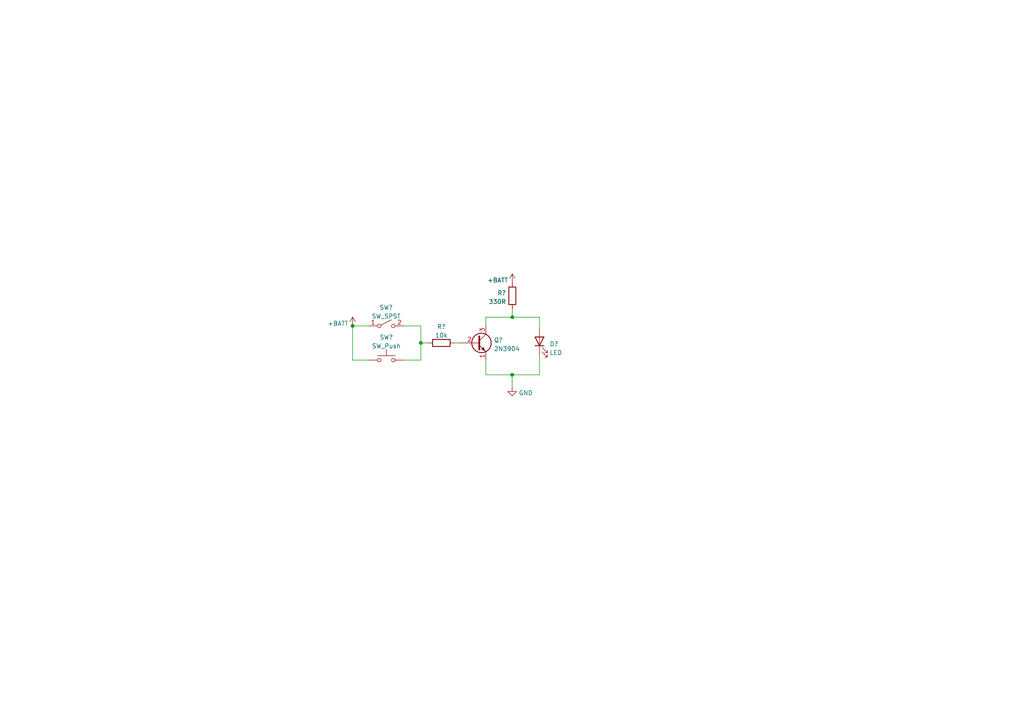
<source format=kicad_sch>
(kicad_sch (version 20211123) (generator eeschema)
  (paper "A4")
  (lib_symbols
    (symbol "Device:LED" (pin_numbers hide) (pin_names (offset 1.016) hide)
      (property "Reference" "D" (at 0 2.54 0))
      (property "Value" "LED" (at 0 -2.54 0))
      (symbol "LED_0_1"
        (polyline (pts (xy -1.27 -1.27) (xy -1.27 1.27)) (stroke (width 0.254)))
        (polyline (pts (xy -1.27 0) (xy 1.27 0)))
        (polyline (pts (xy 1.27 -1.27) (xy 1.27 1.27) (xy -1.27 0) (xy 1.27 -1.27)) (stroke (width 0.254)))
        (polyline (pts (xy -3.048 -0.762) (xy -4.572 -2.286) (xy -3.81 -2.286) (xy -4.572 -2.286) (xy -4.572 -1.524)))
        (polyline (pts (xy -1.778 -0.762) (xy -3.302 -2.286) (xy -2.54 -2.286) (xy -3.302 -2.286) (xy -3.302 -1.524)))
      )
      (symbol "LED_1_1"
        (pin passive line (at -3.81 0 0) (length 2.54) (name "K") (number "1"))
        (pin passive line (at 3.81 0 180) (length 2.54) (name "A") (number "2"))
      )
    )
    (symbol "Device:R" (pin_numbers hide) (pin_names (offset 0))
      (property "Reference" "R" (at 2.032 0 90))
      (property "Value" "R" (at 0 0 90))
      (symbol "R_0_1"
        (rectangle (start -1.016 -2.54) (end 1.016 2.54) (stroke (width 0.254)))
      )
      (symbol "R_1_1"
        (pin passive line (at 0 3.81 270) (length 1.27) (name "~") (number "1"))
        (pin passive line (at 0 -3.81 90) (length 1.27) (name "~") (number "2"))
      )
    )
    (symbol "Switch:SW_Push" (pin_numbers hide) (pin_names (offset 1.016) hide)
      (property "Reference" "SW" (at 1.27 2.54 0))
      (property "Value" "SW_Push" (at 0 -1.524 0))
      (symbol "SW_Push_0_1"
        (circle (center -2.032 0) (radius 0.508))
        (polyline (pts (xy 0 1.27) (xy 0 3.048)))
        (polyline (pts (xy 2.54 1.27) (xy -2.54 1.27)))
        (circle (center 2.032 0) (radius 0.508))
        (pin passive line (at -5.08 0 0) (length 2.54) (name "1") (number "1"))
        (pin passive line (at 5.08 0 180) (length 2.54) (name "2") (number "2"))
      )
    )
    (symbol "Switch:SW_SPST" (pin_names (offset 0) hide)
      (property "Reference" "SW" (at 0 3.175 0))
      (property "Value" "SW_SPST" (at 0 -2.54 0))
      (symbol "SW_SPST_0_0"
        (circle (center -2.032 0) (radius 0.508))
        (polyline (pts (xy -1.524 0.254) (xy 1.524 1.778)))
        (circle (center 2.032 0) (radius 0.508))
      )
      (symbol "SW_SPST_1_1"
        (pin passive line (at -5.08 0 0) (length 2.54) (name "A") (number "1"))
        (pin passive line (at 5.08 0 180) (length 2.54) (name "B") (number "2"))
      )
    )
    (symbol "Transistor_BJT:2N3904" (pin_names (offset 0) hide)
      (property "Reference" "Q" (at 5.08 1.905 0))
      (property "Value" "2N3904" (at 5.08 0 0))
      (symbol "2N3904_0_1"
        (polyline (pts (xy 0.635 0.635) (xy 2.54 2.54)))
        (polyline (pts (xy 0.635 -0.635) (xy 2.54 -2.54) (xy 2.54 -2.54)))
        (polyline (pts (xy 0.635 1.905) (xy 0.635 -1.905) (xy 0.635 -1.905)) (stroke (width 0.508)))
        (polyline (pts (xy 1.27 -1.778) (xy 1.778 -1.27) (xy 2.286 -2.286) (xy 1.27 -1.778) (xy 1.27 -1.778)) (fill (type outline)))
        (circle (center 1.27 0) (radius 2.8194) (stroke (width 0.254)))
      )
      (symbol "2N3904_1_1"
        (pin passive line (at 2.54 -5.08 90) (length 2.54) (name "E") (number "1"))
        (pin passive line (at -5.08 0 0) (length 5.715) (name "B") (number "2"))
        (pin passive line (at 2.54 5.08 270) (length 2.54) (name "C") (number "3"))
      )
    )
    (symbol "power:+BATT" (power) (pin_names (offset 0))
      (property "Value" "+BATT" (at 0 3.556 0))
      (symbol "+BATT_0_1"
        (polyline (pts (xy -0.762 1.27) (xy 0 2.54)))
        (polyline (pts (xy 0 0) (xy 0 2.54)))
        (polyline (pts (xy 0 2.54) (xy 0.762 1.27)))
      )
      (symbol "+BATT_1_1"
        (pin power_in line (at 0 0 90) (length 0) hide (name "+BATT") (number "1"))
      )
    )
    (symbol "power:GND" (power) (pin_names (offset 0))
      (property "Value" "GND" (at 0 -3.81 0))
      (symbol "GND_0_1"
        (polyline (pts (xy 0 0) (xy 0 -1.27) (xy 1.27 -1.27) (xy 0 -2.54) (xy -1.27 -1.27) (xy 0 -1.27)))
      )
      (symbol "GND_1_1"
        (pin power_in line (at 0 0 270) (length 0) hide (name "GND") (number "1"))
      )
    )
  )
  (junction (at 148.5392 108.712))
  (junction (at 148.59 91.9988))
  (junction (at 122.0724 99.4664))
  (junction (at 102.2604 94.5388))
  (wire (pts (xy 102.2604 94.5388) (xy 106.934 94.5388)))
  (wire (pts (xy 131.826 99.4664) (xy 133.2992 99.4664)))
  (wire (pts (xy 140.9192 91.9988) (xy 148.59 91.9988)))
  (wire (pts (xy 117.094 94.5388) (xy 122.0724 94.5388)))
  (wire (pts (xy 122.0724 94.5388) (xy 122.0724 99.4664)))
  (wire (pts (xy 140.9192 108.712) (xy 148.5392 108.712)))
  (wire (pts (xy 122.0724 99.4664) (xy 122.0724 104.4448)))
  (wire (pts (xy 122.0724 104.4448) (xy 117.1448 104.4448)))
  (wire (pts (xy 148.5392 112.268) (xy 148.5392 108.712)))
  (wire (pts (xy 156.464 91.9988) (xy 156.464 95.1992)))
  (wire (pts (xy 140.9192 94.3864) (xy 140.9192 91.9988)))
  (wire (pts (xy 148.5392 108.712) (xy 156.464 108.712)))
  (wire (pts (xy 102.2604 94.5388) (xy 102.2604 104.4448)))
  (wire (pts (xy 148.59 89.6112) (xy 148.59 91.9988)))
  (wire (pts (xy 140.9192 104.5464) (xy 140.9192 108.712)))
  (wire (pts (xy 148.59 91.9988) (xy 156.464 91.9988)))
  (wire (pts (xy 102.2604 104.4448) (xy 106.9848 104.4448)))
  (wire (pts (xy 124.206 99.4664) (xy 122.0724 99.4664)))
  (wire (pts (xy 156.464 102.8192) (xy 156.464 108.712)))
  (symbol (lib_id "power:GND") (at 148.5392 112.268 0) (mirror y) (unit 1)
    (property "Reference" "#PWR?" (effects hide))
    (property "Value" "GND" (at 150.4442 113.9718 0) (effects (justify right)))
  )
  (symbol (lib_id "power:+BATT") (at 148.59 81.9912 0) (unit 1)
    (property "Reference" "#PWR?" (effects hide))
    (property "Value" "+BATT" (at 141.3256 81.28 0) (effects (justify left)))
  )
  (symbol (lib_id "Device:LED") (at 156.464 99.0092 90) (unit 1)
    (property "Reference" "D?" (at 159.385 99.762 90) (effects (justify right)))
    (property "Value" "LED" (at 159.385 102.2989 90) (effects (justify right)))
  )
  (symbol (lib_id "Transistor_BJT:2N3904") (at 138.3792 99.4664 0) (unit 1)
    (property "Reference" "Q?" (at 143.2306 98.6317 0) (effects (justify left)))
    (property "Value" "2N3904" (at 143.2306 101.1686 0) (effects (justify left)))
    (property "Footprint" "Package_TO_SOT_THT:TO-92_Inline" (effects hide))
    (property "Datasheet" "https://www.onsemi.com/pub/Collateral/2N3903-D.PDF" (effects hide))
  )
  (symbol (lib_id "Device:R") (at 148.59 85.8012 0) (mirror x) (unit 1)
    (property "Reference" "R?" (at 146.812 84.9665 0) (effects (justify right)))
    (property "Value" "330R" (at 146.812 87.5034 0) (effects (justify right)))
  )
  (symbol (lib_id "Switch:SW_Push") (at 112.0648 104.4448 0) (unit 1)
    (property "Reference" "SW?" (at 112.0648 97.824 0))
    (property "Value" "SW_Push" (at 112.0648 100.3609 0))
  )
  (symbol (lib_id "Device:R") (at 128.016 99.4664 90) (mirror x) (unit 1)
    (property "Reference" "R?" (at 128.016 94.7506 90))
    (property "Value" "10k" (at 128.016 97.2875 90))
  )
  (symbol (lib_id "power:+BATT") (at 102.2604 94.5388 0) (unit 1)
    (property "Reference" "#PWR?" (effects hide))
    (property "Value" "+BATT" (at 94.996 93.8276 0) (effects (justify left)))
  )
  (symbol (lib_id "Switch:SW_SPST") (at 112.014 94.5388 0) (unit 1)
    (property "Reference" "SW?" (at 112.014 89.188 0))
    (property "Value" "SW_SPST" (at 112.014 91.7249 0))
  )
)
</source>
